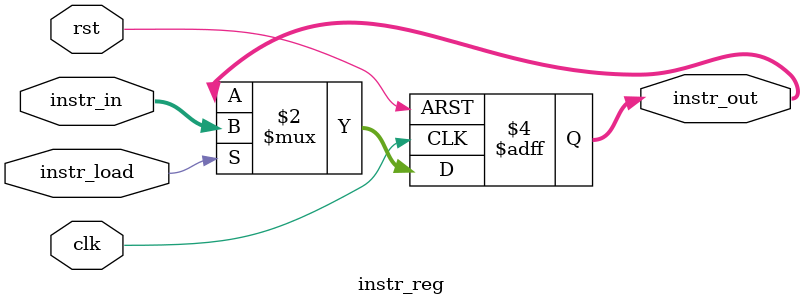
<source format=v>
module instr_reg(clk, rst, instr_in, instr_out, instr_load);

input wire clk,rst,instr_load;
input wire [7:0]instr_in;
output reg [7:0]instr_out;

always @(posedge clk or posedge rst) begin
    if (rst)
	instr_out <= 8'h00;
    else if (instr_load)
        instr_out <= instr_in;
  end
endmodule
</source>
